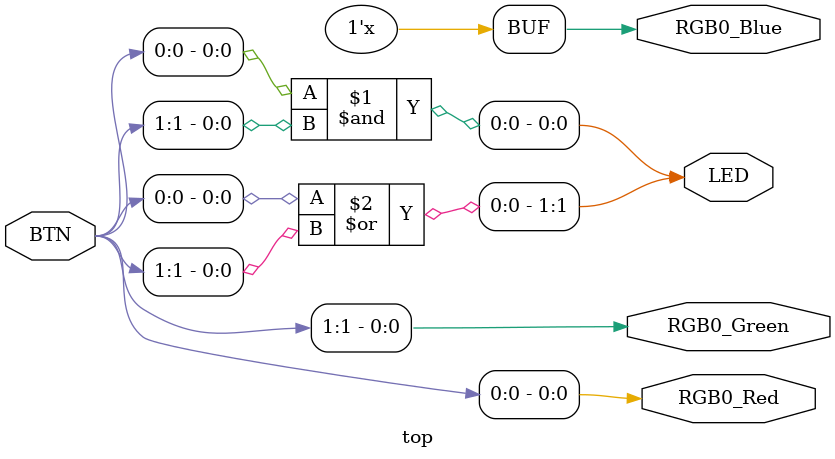
<source format=v>

module top
(
    output [1:0] LED,         // Два светодиода

    output       RGB0_Red,    // Красная часть трехцветного светодиода
    output       RGB0_Green,  // Зеленая часть трехцветного светодиода
    output       RGB0_Blue,   // Синяя часть трехцветного светодиода

    input  [1:0] BTN          // Две кнопки
);

    assign LED [0] = BTN [0] & BTN [1];
    assign LED [1] = BTN [0] | BTN [1];

    assign RGB0_Red   = BTN [0];
    assign RGB0_Green = BTN [1];
    assign RGB0_Blue  = BTN [2];
    
endmodule

</source>
